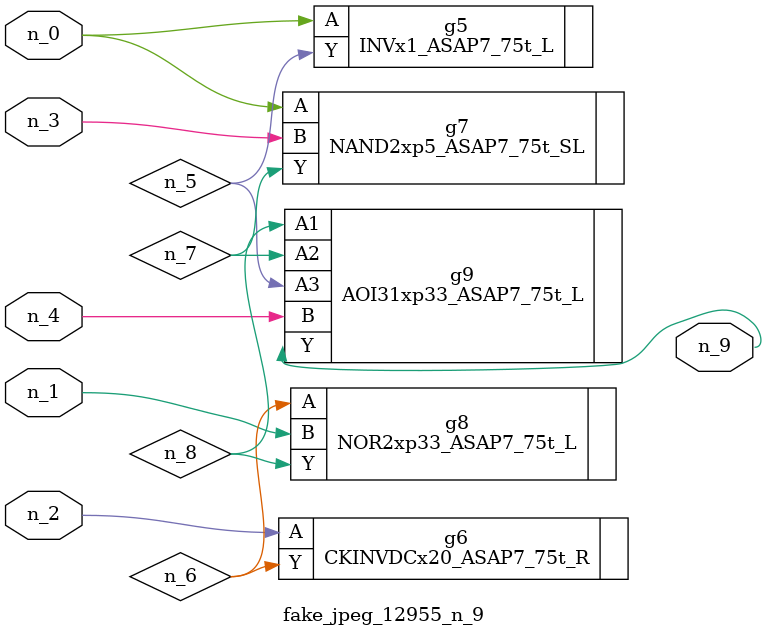
<source format=v>
module fake_jpeg_12955_n_9 (n_3, n_2, n_1, n_0, n_4, n_9);

input n_3;
input n_2;
input n_1;
input n_0;
input n_4;

output n_9;

wire n_8;
wire n_6;
wire n_5;
wire n_7;

INVx1_ASAP7_75t_L g5 ( 
.A(n_0),
.Y(n_5)
);

CKINVDCx20_ASAP7_75t_R g6 ( 
.A(n_2),
.Y(n_6)
);

NAND2xp5_ASAP7_75t_SL g7 ( 
.A(n_0),
.B(n_3),
.Y(n_7)
);

NOR2xp33_ASAP7_75t_L g8 ( 
.A(n_6),
.B(n_1),
.Y(n_8)
);

AOI31xp33_ASAP7_75t_L g9 ( 
.A1(n_8),
.A2(n_7),
.A3(n_5),
.B(n_4),
.Y(n_9)
);


endmodule
</source>
